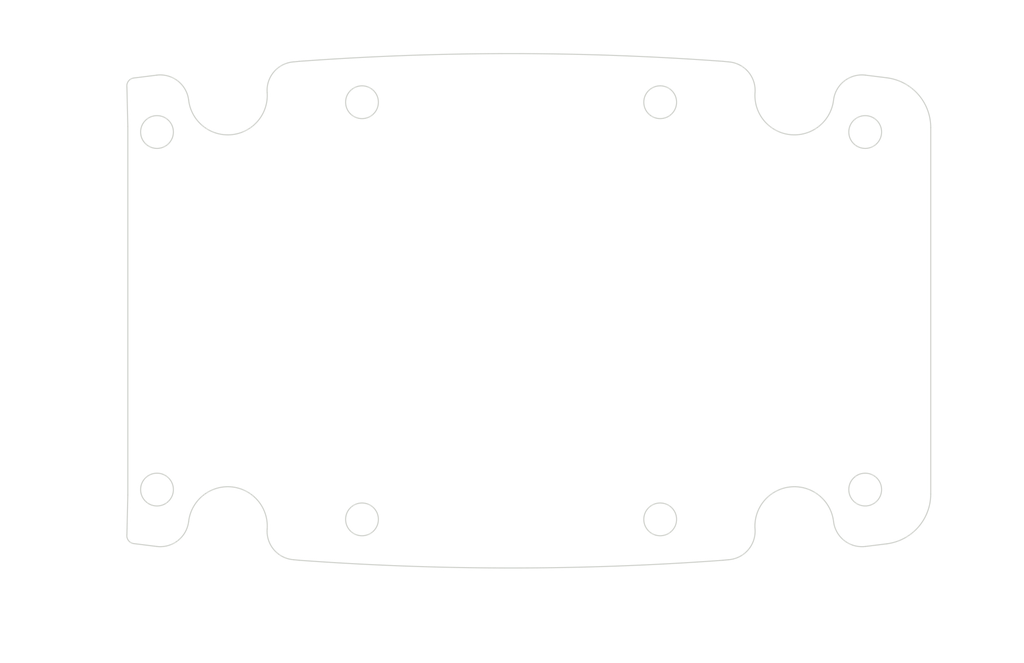
<source format=kicad_pcb>
(kicad_pcb (version 20190605) (host pcbnew "(5.99.0-29-gc3274e15f-dirty)")

  (general
    (thickness 1.6002)
    (drawings 48)
    (tracks 0)
    (modules 0)
    (nets 1)
  )

  (page "USLetter")
  (title_block
    (rev "1")
  )

  (layers
    (0 "Front" signal)
    (1 "In1.Cu" signal)
    (2 "In2.Cu" signal)
    (31 "Back" signal)
    (34 "B.Paste" user)
    (35 "F.Paste" user)
    (36 "B.SilkS" user)
    (37 "F.SilkS" user)
    (38 "B.Mask" user)
    (39 "F.Mask" user)
    (40 "Dwgs.User" user)
    (44 "Edge.Cuts" user)
    (45 "Margin" user)
    (46 "B.CrtYd" user)
    (47 "F.CrtYd" user)
    (49 "F.Fab" user)
  )

  (setup
    (last_trace_width 0.254)
    (user_trace_width 0.127)
    (user_trace_width 0.254)
    (user_trace_width 0.508)
    (user_trace_width 0.762)
    (trace_clearance 0.1524)
    (zone_clearance 0.508)
    (zone_45_only no)
    (trace_min 0.127)
    (via_size 0.6858)
    (via_drill 0.3302)
    (via_min_size 0.4572)
    (via_min_drill 0.254)
    (user_via 0.6858 0.3302)
    (user_via 0.889 0.381)
    (uvia_size 0.6858)
    (uvia_drill 0.3302)
    (uvias_allowed no)
    (uvia_min_size 0)
    (uvia_min_drill 0)
    (max_error 0.005)
    (defaults
      (edge_clearance 0.01)
      (edge_cuts_line_width 0.15)
      (courtyard_line_width 0.05)
      (copper_line_width 0.254)
      (copper_text_dims (size 1.524 1.524) (thickness 0.3048) keep_upright)
      (silk_line_width 0.127)
      (silk_text_dims (size 0.762 0.762) (thickness 0.127) keep_upright)
      (other_layers_line_width 0.1)
      (other_layers_text_dims (size 1 1) (thickness 0.15) keep_upright)
    )
    (pad_size 1.524 1.524)
    (pad_drill 0.762)
    (pad_to_mask_clearance 0)
    (solder_mask_min_width 0.1016)
    (aux_axis_origin 40.227544 28.627002)
    (grid_origin 40.227545 28.627001)
    (visible_elements FFFFFF7F)
    (pcbplotparams
      (layerselection 0x010fc_ffffffff)
      (usegerberextensions false)
      (usegerberattributes false)
      (usegerberadvancedattributes false)
      (creategerberjobfile false)
      (excludeedgelayer true)
      (linewidth 0.152400)
      (plotframeref false)
      (viasonmask false)
      (mode 1)
      (useauxorigin false)
      (hpglpennumber 1)
      (hpglpenspeed 20)
      (hpglpendiameter 15.000000)
      (psnegative false)
      (psa4output false)
      (plotreference true)
      (plotvalue false)
      (plotinvisibletext false)
      (padsonsilk false)
      (subtractmaskfromsilk true)
      (outputformat 1)
      (mirror false)
      (drillshape 0)
      (scaleselection 1)
      (outputdirectory "./gerbers"))
  )

  (net 0 "")

  (net_class "Default" "This is the default net class."
    (clearance 0.1524)
    (trace_width 0.254)
    (via_dia 0.6858)
    (via_drill 0.3302)
    (uvia_dia 0.6858)
    (uvia_drill 0.3302)
    (diff_pair_width 0.1524)
    (diff_pair_gap 0.254)
  )

  (dimension 27.5 (width 0.1) (layer "Dwgs.User")
    (gr_text "27.500 mm" (at 124.75 17.825233) (layer "Dwgs.User")
      (effects (font (size 1 1) (thickness 0.15)))
    )
    (feature1 (pts (xy 111 34.8) (xy 111 18.488812)))
    (feature2 (pts (xy 138.5 34.8) (xy 138.5 18.488812)))
    (crossbar (pts (xy 138.5 19.075233) (xy 111 19.075233)))
    (arrow1a (pts (xy 111 19.075233) (xy 112.126504 18.488812)))
    (arrow1b (pts (xy 111 19.075233) (xy 112.126504 19.661654)))
    (arrow2a (pts (xy 138.5 19.075233) (xy 137.373496 18.488812)))
    (arrow2b (pts (xy 138.5 19.075233) (xy 137.373496 19.661654)))
  )
  (dimension 27.5 (width 0.1) (layer "Dwgs.User")
    (gr_text "27.500 mm" (at 57.25 17.825233) (layer "Dwgs.User")
      (effects (font (size 1 1) (thickness 0.15)))
    )
    (feature1 (pts (xy 71 34.8) (xy 71 18.488812)))
    (feature2 (pts (xy 43.5 34.8) (xy 43.5 18.488812)))
    (crossbar (pts (xy 43.5 19.075233) (xy 71 19.075233)))
    (arrow1a (pts (xy 71 19.075233) (xy 69.873496 19.661654)))
    (arrow1b (pts (xy 71 19.075233) (xy 69.873496 18.488812)))
    (arrow2a (pts (xy 43.5 19.075233) (xy 44.626504 19.661654)))
    (arrow2b (pts (xy 43.5 19.075233) (xy 44.626504 18.488812)))
  )
  (dimension 40 (width 0.1) (layer "Dwgs.User")
    (gr_text "40.000 mm" (at 91 17.825233) (layer "Dwgs.User")
      (effects (font (size 1 1) (thickness 0.15)))
    )
    (feature1 (pts (xy 111 30.8) (xy 111 18.488812)))
    (feature2 (pts (xy 71 30.8) (xy 71 18.488812)))
    (crossbar (pts (xy 71 19.075233) (xy 111 19.075233)))
    (arrow1a (pts (xy 111 19.075233) (xy 109.873496 19.661654)))
    (arrow1b (pts (xy 111 19.075233) (xy 109.873496 18.488812)))
    (arrow2a (pts (xy 71 19.075233) (xy 72.126504 19.661654)))
    (arrow2b (pts (xy 71 19.075233) (xy 72.126504 18.488812)))
  )
  (gr_text "1553W" (at 138.027545 96.827001) (layer "Dwgs.User")
    (effects (font (size 2 2) (thickness 0.15)))
  )
  (gr_line (start 119.415571 92.289919) (end 120.175571 92.214919) (layer "Edge.Cuts") (width 0.15))
  (gr_line (start 61.824428 92.214919) (end 62.584428 92.289919) (layer "Edge.Cuts") (width 0.15))
  (gr_line (start 61.82443 25.38508) (end 62.584428 25.310081) (layer "Edge.Cuts") (width 0.15))
  (gr_line (start 119.415571 25.310081) (end 120.175571 25.385082) (layer "Edge.Cuts") (width 0.15))
  (dimension 75.999999 (width 0.1) (layer "Dwgs.User")
    (gr_text "76.000 mm" (at 90.999999 106.677 359.9999992) (layer "Dwgs.User")
      (effects (font (size 1 1) (thickness 0.15)))
    )
    (feature1 (pts (xy 128.999999 87.710001) (xy 128.999999 106.013422)))
    (feature2 (pts (xy 53 87.71) (xy 53 106.013421)))
    (crossbar (pts (xy 53 105.427) (xy 128.999999 105.427001)))
    (arrow1a (pts (xy 128.999999 105.427001) (xy 127.873495 106.013422)))
    (arrow1b (pts (xy 128.999999 105.427001) (xy 127.873495 104.84058)))
    (arrow2a (pts (xy 53 105.427) (xy 54.126504 106.013421)))
    (arrow2b (pts (xy 53 105.427) (xy 54.126504 104.840579)))
  )
  (dimension 48 (width 0.1) (layer "Dwgs.User")
    (gr_text "48.000 mm" (at 158.405058 58.8 270) (layer "Dwgs.User")
      (effects (font (size 1 1) (thickness 0.15)))
    )
    (feature1 (pts (xy 138.5 82.8) (xy 157.741479 82.8)))
    (feature2 (pts (xy 138.5 34.8) (xy 157.741479 34.8)))
    (crossbar (pts (xy 157.155058 34.8) (xy 157.155058 82.8)))
    (arrow1a (pts (xy 157.155058 82.8) (xy 156.568637 81.673496)))
    (arrow1b (pts (xy 157.155058 82.8) (xy 157.741479 81.673496)))
    (arrow2a (pts (xy 157.155058 34.8) (xy 156.568637 35.926504)))
    (arrow2b (pts (xy 157.155058 34.8) (xy 157.741479 35.926504)))
  )
  (dimension 56 (width 0.1) (layer "Dwgs.User")
    (gr_text "56.000 mm" (at 118.377545 58.8 270) (layer "Dwgs.User")
      (effects (font (size 1 1) (thickness 0.15)))
    )
    (feature1 (pts (xy 111 86.8) (xy 117.713966 86.8)))
    (feature2 (pts (xy 111 30.8) (xy 117.713966 30.8)))
    (crossbar (pts (xy 117.127545 30.8) (xy 117.127545 86.8)))
    (arrow1a (pts (xy 117.127545 86.8) (xy 116.541124 85.673496)))
    (arrow1b (pts (xy 117.127545 86.8) (xy 117.713966 85.673496)))
    (arrow2a (pts (xy 117.127545 30.8) (xy 116.541124 31.926504)))
    (arrow2b (pts (xy 117.127545 30.8) (xy 117.713966 31.926504)))
  )
  (dimension 56 (width 0.1) (layer "Dwgs.User")
    (gr_text "56.000 mm" (at 80.822207 58.8 270) (layer "Dwgs.User")
      (effects (font (size 1 1) (thickness 0.15)))
    )
    (feature1 (pts (xy 71 86.8) (xy 80.158628 86.8)))
    (feature2 (pts (xy 71 30.8) (xy 80.158628 30.8)))
    (crossbar (pts (xy 79.572207 30.8) (xy 79.572207 86.8)))
    (arrow1a (pts (xy 79.572207 86.8) (xy 78.985786 85.673496)))
    (arrow1b (pts (xy 79.572207 86.8) (xy 80.158628 85.673496)))
    (arrow2a (pts (xy 79.572207 30.8) (xy 78.985786 31.926504)))
    (arrow2b (pts (xy 79.572207 30.8) (xy 80.158628 31.926504)))
  )
  (dimension 47.2 (width 0.1) (layer "Dwgs.User")
    (gr_text "47.200 mm" (at 66.977545 58.827001 270) (layer "Dwgs.User")
      (effects (font (size 1 1) (thickness 0.15)))
    )
    (feature1 (pts (xy 53.727545 82.427001) (xy 66.313966 82.427001)))
    (feature2 (pts (xy 53.727545 35.227001) (xy 66.313966 35.227001)))
    (crossbar (pts (xy 65.727545 35.227001) (xy 65.727545 82.427001)))
    (arrow1a (pts (xy 65.727545 82.427001) (xy 65.141124 81.300497)))
    (arrow1b (pts (xy 65.727545 82.427001) (xy 66.313966 81.300497)))
    (arrow2a (pts (xy 65.727545 35.227001) (xy 65.141124 36.353505)))
    (arrow2b (pts (xy 65.727545 35.227001) (xy 66.313966 36.353505)))
  )
  (gr_line (start 40.414873 90.055342) (end 43.474938 90.437276) (layer "Edge.Cuts") (width 0.15))
  (gr_line (start 138.525061 27.162725) (end 141.416277 27.522944) (layer "Edge.Cuts") (width 0.15))
  (gr_line (start 138.525061 90.437277) (end 141.416276 90.077057) (layer "Edge.Cuts") (width 0.15))
  (gr_line (start 40.414873 27.544659) (end 43.474938 27.162724) (layer "Edge.Cuts") (width 0.15))
  (gr_line (start 39.464275 88.830925) (end 39.586435 83.524987) (layer "Edge.Cuts") (width 0.15) (tstamp 5D6DC20F))
  (gr_arc (start 40.530299 88.984514) (end 39.464275 88.830925) (angle -92.04631584) (layer "Edge.Cuts") (width 0.15) (tstamp 5D6DC20E))
  (gr_arc (start 40.530299 28.615487) (end 39.464275 28.769076) (angle 92.04631584) (layer "Edge.Cuts") (width 0.15))
  (dimension 48 (width 0.1) (layer "Dwgs.User")
    (gr_text "48.000 mm" (at 26.155 58.8 90) (layer "Dwgs.User") (tstamp 5D6DC292)
      (effects (font (size 1 1) (thickness 0.15)))
    )
    (feature1 (pts (xy 43.5 34.8) (xy 26.818579 34.8)))
    (feature2 (pts (xy 43.5 82.8) (xy 26.818579 82.8)))
    (crossbar (pts (xy 27.405 82.8) (xy 27.405 34.8)))
    (arrow1a (pts (xy 27.405 34.8) (xy 27.991421 35.926504)))
    (arrow1b (pts (xy 27.405 34.8) (xy 26.818579 35.926504)))
    (arrow2a (pts (xy 27.405 82.8) (xy 27.991421 81.673496)))
    (arrow2b (pts (xy 27.405 82.8) (xy 26.818579 81.673496)))
  )
  (gr_arc (start 138.064872 30.972282) (end 138.525061 27.162725) (angle -90.07939574) (layer "Edge.Cuts") (width 0.15))
  (gr_arc (start 119.895949 29.212132) (end 123.722608 29.497057) (angle -90.07939574) (layer "Edge.Cuts") (width 0.15))
  (gr_arc (start 129 29.89) (end 123.722608 29.497057) (angle -177.4497829) (layer "Edge.Cuts") (width 0.15))
  (gr_arc (start 91 414.219999) (end 119.415571 25.310081) (angle -8.357742133) (layer "Edge.Cuts") (width 0.15))
  (gr_line (start 147.2917 34.200916) (end 147.2917 83.399085) (layer "Edge.Cuts") (width 0.15))
  (gr_arc (start 140.558916 34.200916) (end 147.2917 34.200916) (angle -82.68402183) (layer "Edge.Cuts") (width 0.15))
  (gr_arc (start 140.558916 83.399085) (end 141.416276 90.077057) (angle -82.68402183) (layer "Edge.Cuts") (width 0.15))
  (gr_arc (start 53 87.71) (end 58.277391 88.102944) (angle -177.4497829) (layer "Edge.Cuts") (width 0.15))
  (gr_arc (start 128.999999 87.710001) (end 134.254679 87.08263) (angle -177.4497829) (layer "Edge.Cuts") (width 0.15))
  (gr_circle (center 111 86.8) (end 113.2 86.8) (layer "Edge.Cuts") (width 0.15))
  (gr_circle (center 111 30.8) (end 113.2 30.8) (layer "Edge.Cuts") (width 0.15))
  (gr_circle (center 138.5 82.8) (end 140.7 82.8) (layer "Edge.Cuts") (width 0.15))
  (gr_circle (center 138.5 34.8) (end 140.7 34.8) (layer "Edge.Cuts") (width 0.15))
  (gr_line (start 39.464275 28.769076) (end 39.586435 34.075014) (layer "Edge.Cuts") (width 0.15))
  (gr_circle (center 43.5 82.8) (end 45.7 82.8) (layer "Edge.Cuts") (width 0.15))
  (gr_circle (center 43.5 34.8) (end 45.7 34.8) (layer "Edge.Cuts") (width 0.15))
  (gr_circle (center 71 30.8) (end 73.2 30.8) (layer "Edge.Cuts") (width 0.15))
  (gr_circle (center 71 86.8) (end 73.2 86.8) (layer "Edge.Cuts") (width 0.15))
  (gr_line (start 39.586435 34.075014) (end 39.586435 83.524987) (layer "Edge.Cuts") (width 0.15))
  (gr_arc (start 62.104052 29.212131) (end 61.82443 25.38508) (angle -90.07939574) (layer "Edge.Cuts") (width 0.15))
  (gr_arc (start 43.935127 30.972282) (end 47.745319 30.517372) (angle -90.07939574) (layer "Edge.Cuts") (width 0.15))
  (gr_arc (start 53 29.89) (end 47.745319 30.517372) (angle -177.4497829) (layer "Edge.Cuts") (width 0.15))
  (gr_arc (start 43.935127 86.627718) (end 43.474938 90.437276) (angle -90.07939574) (layer "Edge.Cuts") (width 0.15))
  (gr_arc (start 62.10405 88.387869) (end 58.277391 88.102944) (angle -90.07939574) (layer "Edge.Cuts") (width 0.15))
  (gr_arc (start 91 -296.62) (end 62.584428 92.289919) (angle -8.357742133) (layer "Edge.Cuts") (width 0.15))
  (gr_arc (start 119.895949 88.387869) (end 120.175571 92.214919) (angle -90.07939574) (layer "Edge.Cuts") (width 0.15))
  (gr_arc (start 138.064871 86.627719) (end 134.254679 87.08263) (angle -90.07939574) (layer "Edge.Cuts") (width 0.15))

)

</source>
